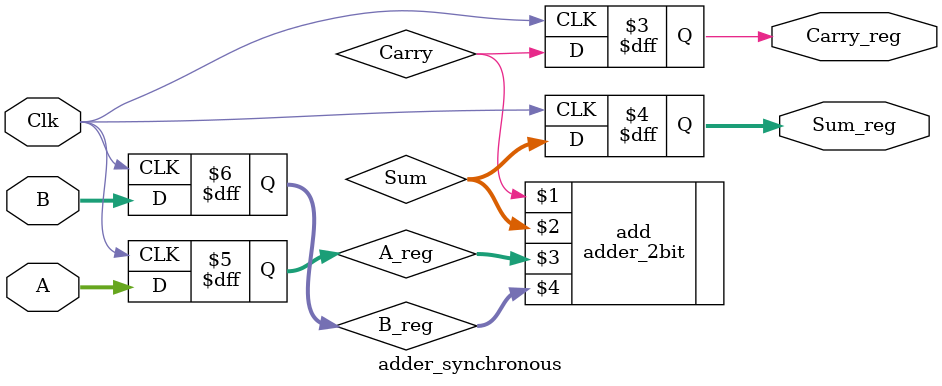
<source format=v>
`timescale 1ns / 1ps

module adder_synchronous(Carry_reg, Sum_reg, Clk, A, B);
    //Outputs and inputs
    output reg Carry_reg; //1-bit output
    output reg [1:0] Sum_reg; //2-bit output
    input wire Clk; //1-bit input 
    input wire [1:0]A, B; //2-bit begin
    
    //Intermediate Nets
    reg [1:0] A_reg, B_reg; //2-bit registers
    wire Carry; //connect registers
    wire [1:0] Sum;
    
    // Instantiateing 2-bit adder
    adder_2bit add(Carry, Sum, A_reg, B_reg);
    
    //Input
    always@(posedge Clk) //Trigger at positive edge of Clk
        begin //because 2 statements
            A_reg <= A;
            B_reg <= B;
        end
    
    //Output
    always@(posedge Clk) 
        begin
            Carry_reg <= Carry; //Different bit width
            Sum_reg <= Sum;
        end
    
endmodule

</source>
